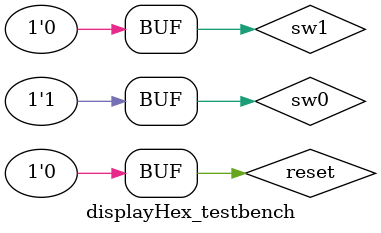
<source format=sv>
module displayHex (hex, sw1, sw0, reset); 

	output logic [6:0] hex;
	input logic sw1, sw0;
	input logic reset;
	
	always_comb begin
		if(reset) begin
			hex = 7'b1000000;//0
		end else if (sw1 == 0 && sw0 == 0) begin
			hex = 7'b1000000;//0
		end else if (sw1 == 0 && sw0 == 1) begin
			hex = 7'b1111001;//1
		end else if (sw1 == 1 && sw0 == 0) begin
			hex = 7'b0100100;//2
		end else if (sw1 == 1 && sw0 == 1) begin
			hex = 7'b0110000;//3
		end else begin
			hex = 7'bx;
		end
	end
	
endmodule

module displayHex_testbench();
	
	logic [6:0] hex;
	logic sw1, sw0;
	logic reset;
	
	displayHex dut (.hex, .sw1, .sw0, .reset);
	
	initial begin
		reset = 1; #10;
						#10;
		reset = 0; #10;
						#10;
		sw1 = 1; sw0 = 1; # 10;
							#10;
		sw1 = 0; sw0 = 0; # 10;
							#10;
		sw1 = 0; sw0 = 1; # 10;
							#10;					
		
	end
endmodule 

</source>
